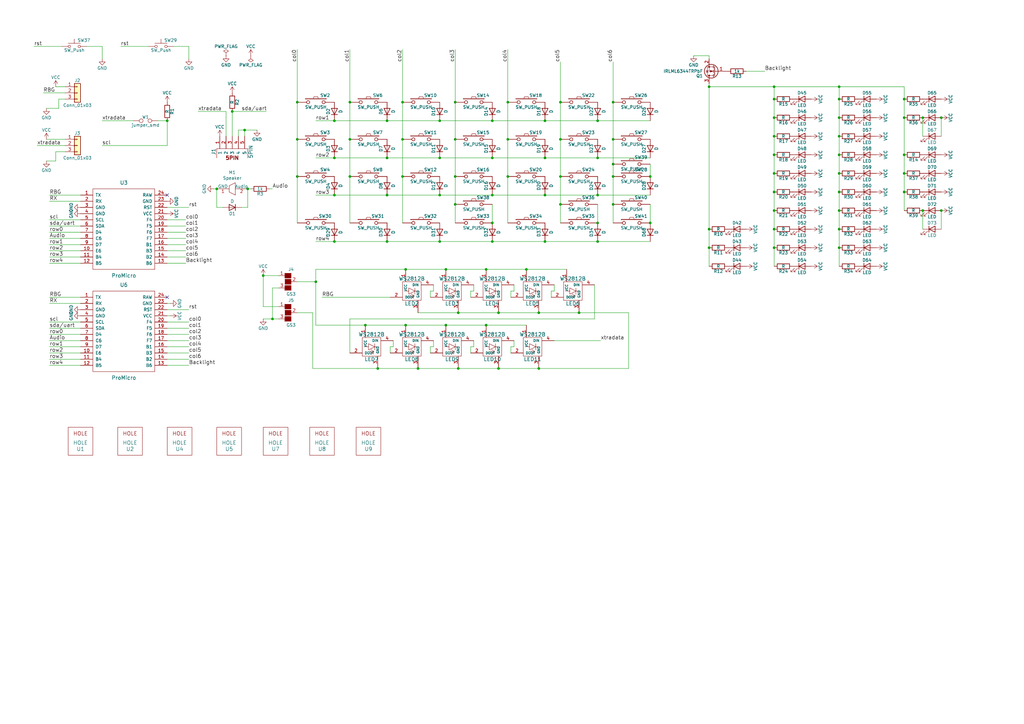
<source format=kicad_sch>
(kicad_sch (version 20211123) (generator eeschema)
  (paper "A3")
  (title_block (title "Dash") (rev "1.0.0-alpha") (company "omkbd"))
  (junction (at 317.5 63.5))
  (junction (at 370.84 78.74))
  (junction (at 182.88 133.35))
  (junction (at 121.92 57.15))
  (junction (at 223.52 49.53))
  (junction (at 378.46 86.36))
  (junction (at 220.98 151.13))
  (junction (at 266.7 91.44))
  (junction (at 137.16 49.53))
  (junction (at 186.69 83.82))
  (junction (at 111.76 130.81))
  (junction (at 187.96 151.13))
  (junction (at 344.17 48.26))
  (junction (at 204.47 151.13))
  (junction (at 201.93 80.01))
  (junction (at 129.54 115.57))
  (junction (at 223.52 64.77))
  (junction (at 158.75 64.77))
  (junction (at 344.17 101.6))
  (junction (at 229.87 83.82))
  (junction (at 201.93 64.77))
  (junction (at 290.83 35.56))
  (junction (at 204.47 128.27))
  (junction (at 317.5 71.12))
  (junction (at 180.34 80.01))
  (junction (at 137.16 99.06))
  (junction (at 199.39 133.35))
  (junction (at 290.83 93.98))
  (junction (at 251.46 57.15))
  (junction (at 251.46 41.91))
  (junction (at 251.46 67.31))
  (junction (at 251.46 72.39))
  (junction (at 166.37 110.49))
  (junction (at 107.95 113.03))
  (junction (at 245.11 49.53))
  (junction (at 95.25 45.72))
  (junction (at 208.28 41.91))
  (junction (at 317.5 35.56))
  (junction (at 171.45 151.13))
  (junction (at 201.93 49.53))
  (junction (at 186.69 72.39))
  (junction (at 223.52 99.06))
  (junction (at 180.34 49.53))
  (junction (at 370.84 71.12))
  (junction (at 317.5 93.98))
  (junction (at 121.92 41.91))
  (junction (at 370.84 48.26))
  (junction (at 143.51 41.91))
  (junction (at 199.39 110.49))
  (junction (at 237.49 128.27))
  (junction (at 186.69 41.91))
  (junction (at 229.87 57.15))
  (junction (at 344.17 86.36))
  (junction (at 317.5 86.36))
  (junction (at 165.1 57.15))
  (junction (at 187.96 128.27))
  (junction (at 68.58 49.53))
  (junction (at 386.08 48.26))
  (junction (at 208.28 57.15))
  (junction (at 251.46 83.82))
  (junction (at 182.88 110.49))
  (junction (at 245.11 99.06))
  (junction (at 344.17 35.56))
  (junction (at 229.87 72.39))
  (junction (at 386.08 86.36))
  (junction (at 158.75 99.06))
  (junction (at 137.16 64.77))
  (junction (at 166.37 133.35))
  (junction (at 317.5 48.26))
  (junction (at 186.69 57.15))
  (junction (at 317.5 40.64))
  (junction (at 121.92 72.39))
  (junction (at 245.11 80.01))
  (junction (at 344.17 71.12))
  (junction (at 137.16 80.01))
  (junction (at 149.86 133.35))
  (junction (at 344.17 93.98))
  (junction (at 201.93 99.06))
  (junction (at 344.17 55.88))
  (junction (at 317.5 55.88))
  (junction (at 143.51 57.15))
  (junction (at 378.46 48.26))
  (junction (at 223.52 80.01))
  (junction (at 158.75 80.01))
  (junction (at 100.33 53.34))
  (junction (at 180.34 99.06))
  (junction (at 290.83 101.6))
  (junction (at 344.17 78.74))
  (junction (at 180.34 64.77))
  (junction (at 201.93 91.44))
  (junction (at 370.84 40.64))
  (junction (at 158.75 49.53))
  (junction (at 101.6 77.47))
  (junction (at 165.1 72.39))
  (junction (at 165.1 41.91))
  (junction (at 317.5 78.74))
  (junction (at 229.87 41.91))
  (junction (at 215.9 110.49))
  (junction (at 344.17 63.5))
  (junction (at 245.11 91.44))
  (junction (at 208.28 72.39))
  (junction (at 317.5 101.6))
  (junction (at 266.7 72.39))
  (junction (at 245.11 64.77))
  (junction (at 88.9 77.47))
  (junction (at 220.98 128.27))
  (junction (at 370.84 63.5))
  (junction (at 344.17 40.64))
  (junction (at 154.94 151.13))
  (junction (at 143.51 72.39))
  (no_connect (at 68.58 121.92))
  (no_connect (at 68.58 80.01))
  (wire (pts (xy 290.83 22.86) (xy 284.48 22.86)))
  (wire (pts (xy 87.63 77.47) (xy 88.9 77.47)))
  (wire (pts (xy 199.39 110.49) (xy 215.9 110.49)))
  (wire (pts (xy 344.17 86.36) (xy 344.17 93.98)))
  (wire (pts (xy 143.51 20.32) (xy 143.51 41.91)))
  (wire (pts (xy 95.25 45.72) (xy 95.25 55.88)))
  (wire (pts (xy 143.51 130.81) (xy 243.84 130.81)))
  (wire (pts (xy 129.54 110.49) (xy 129.54 115.57)))
  (wire (pts (xy 317.5 86.36) (xy 317.5 93.98)))
  (wire (pts (xy 186.69 72.39) (xy 186.69 83.82)))
  (wire (pts (xy 317.5 78.74) (xy 317.5 86.36)))
  (wire (pts (xy 160.02 142.24) (xy 160.02 144.78)))
  (wire (pts (xy 92.71 55.88) (xy 92.71 45.72)))
  (wire (pts (xy 370.84 40.64) (xy 370.84 48.26)))
  (wire (pts (xy 20.32 144.78) (xy 33.02 144.78)))
  (wire (pts (xy 370.84 35.56) (xy 370.84 40.64)))
  (wire (pts (xy 251.46 41.91) (xy 251.46 57.15)))
  (wire (pts (xy 121.92 20.32) (xy 121.92 41.91)))
  (wire (pts (xy 215.9 110.49) (xy 232.41 110.49)))
  (wire (pts (xy 317.5 48.26) (xy 317.5 55.88)))
  (wire (pts (xy 161.29 139.7) (xy 161.29 142.24)))
  (wire (pts (xy 68.58 102.87) (xy 76.2 102.87)))
  (wire (pts (xy 370.84 71.12) (xy 370.84 78.74)))
  (wire (pts (xy 68.58 49.53) (xy 64.77 49.53)))
  (wire (pts (xy 129.54 99.06) (xy 137.16 99.06)))
  (wire (pts (xy 370.84 78.74) (xy 370.84 86.36)))
  (wire (pts (xy 290.83 101.6) (xy 290.83 109.22)))
  (wire (pts (xy 68.58 149.86) (xy 77.47 149.86)))
  (wire (pts (xy 121.92 41.91) (xy 121.92 57.15)))
  (wire (pts (xy 121.92 72.39) (xy 121.92 91.44)))
  (wire (pts (xy 20.32 139.7) (xy 33.02 139.7)))
  (wire (pts (xy 201.93 99.06) (xy 223.52 99.06)))
  (wire (pts (xy 71.12 19.05) (xy 77.47 19.05)))
  (wire (pts (xy 208.28 57.15) (xy 208.28 72.39)))
  (wire (pts (xy 129.54 133.35) (xy 149.86 133.35)))
  (wire (pts (xy 137.16 99.06) (xy 158.75 99.06)))
  (wire (pts (xy 68.58 100.33) (xy 76.2 100.33)))
  (wire (pts (xy 177.8 139.7) (xy 177.8 142.24)))
  (wire (pts (xy 154.94 151.13) (xy 171.45 151.13)))
  (wire (pts (xy 180.34 49.53) (xy 201.93 49.53)))
  (wire (pts (xy 68.58 124.46) (xy 69.85 124.46)))
  (wire (pts (xy 20.32 97.79) (xy 33.02 97.79)))
  (wire (pts (xy 245.11 91.44) (xy 245.11 83.82)))
  (wire (pts (xy 68.58 137.16) (xy 77.47 137.16)))
  (wire (pts (xy 317.5 71.12) (xy 317.5 78.74)))
  (wire (pts (xy 251.46 25.4) (xy 251.46 41.91)))
  (wire (pts (xy 177.8 119.38) (xy 176.53 119.38)))
  (wire (pts (xy 223.52 49.53) (xy 245.11 49.53)))
  (wire (pts (xy 129.54 49.53) (xy 137.16 49.53)))
  (wire (pts (xy 208.28 20.32) (xy 208.28 41.91)))
  (wire (pts (xy 378.46 55.88) (xy 378.46 48.26)))
  (wire (pts (xy 97.79 55.88) (xy 97.79 53.34)))
  (wire (pts (xy 220.98 151.13) (xy 257.81 151.13)))
  (wire (pts (xy 165.1 41.91) (xy 165.1 57.15)))
  (wire (pts (xy 201.93 49.53) (xy 223.52 49.53)))
  (wire (pts (xy 182.88 110.49) (xy 199.39 110.49)))
  (wire (pts (xy 257.81 151.13) (xy 257.81 128.27)))
  (wire (pts (xy 251.46 83.82) (xy 251.46 91.44)))
  (wire (pts (xy 22.86 62.23) (xy 26.67 62.23)))
  (wire (pts (xy 88.9 85.09) (xy 91.44 85.09)))
  (wire (pts (xy 229.87 83.82) (xy 229.87 91.44)))
  (wire (pts (xy 20.32 149.86) (xy 33.02 149.86)))
  (wire (pts (xy 24.13 44.45) (xy 19.05 44.45)))
  (wire (pts (xy 226.06 119.38) (xy 226.06 121.92)))
  (wire (pts (xy 68.58 142.24) (xy 77.47 142.24)))
  (wire (pts (xy 317.5 55.88) (xy 317.5 63.5)))
  (wire (pts (xy 100.33 53.34) (xy 100.33 55.88)))
  (wire (pts (xy 68.58 132.08) (xy 77.47 132.08)))
  (wire (pts (xy 143.51 57.15) (xy 143.51 72.39)))
  (wire (pts (xy 88.9 77.47) (xy 88.9 85.09)))
  (wire (pts (xy 344.17 78.74) (xy 344.17 86.36)))
  (wire (pts (xy 209.55 142.24) (xy 209.55 144.78)))
  (wire (pts (xy 33.02 92.71) (xy 20.32 92.71)))
  (wire (pts (xy 99.06 85.09) (xy 101.6 85.09)))
  (wire (pts (xy 176.53 142.24) (xy 176.53 144.78)))
  (wire (pts (xy 166.37 110.49) (xy 182.88 110.49)))
  (wire (pts (xy 26.67 40.64) (xy 24.13 40.64)))
  (wire (pts (xy 199.39 133.35) (xy 215.9 133.35)))
  (wire (pts (xy 204.47 151.13) (xy 220.98 151.13)))
  (wire (pts (xy 306.07 29.21) (xy 313.69 29.21)))
  (wire (pts (xy 20.32 121.92) (xy 33.02 121.92)))
  (wire (pts (xy 68.58 92.71) (xy 76.2 92.71)))
  (wire (pts (xy 245.11 49.53) (xy 266.7 49.53)))
  (wire (pts (xy 35.56 19.05) (xy 41.91 19.05)))
  (wire (pts (xy 251.46 67.31) (xy 251.46 72.39)))
  (wire (pts (xy 129.54 80.01) (xy 137.16 80.01)))
  (wire (pts (xy 137.16 49.53) (xy 158.75 49.53)))
  (wire (pts (xy 186.69 57.15) (xy 186.69 72.39)))
  (wire (pts (xy 344.17 101.6) (xy 344.17 109.22)))
  (wire (pts (xy 149.86 133.35) (xy 166.37 133.35)))
  (wire (pts (xy 68.58 95.25) (xy 76.2 95.25)))
  (wire (pts (xy 114.3 118.11) (xy 111.76 118.11)))
  (wire (pts (xy 370.84 63.5) (xy 370.84 71.12)))
  (wire (pts (xy 158.75 49.53) (xy 180.34 49.53)))
  (wire (pts (xy 193.04 142.24) (xy 193.04 144.78)))
  (wire (pts (xy 209.55 119.38) (xy 209.55 121.92)))
  (wire (pts (xy 101.6 77.47) (xy 102.87 77.47)))
  (wire (pts (xy 111.76 77.47) (xy 110.49 77.47)))
  (wire (pts (xy 158.75 64.77) (xy 180.34 64.77)))
  (wire (pts (xy 26.67 59.69) (xy 15.24 59.69)))
  (wire (pts (xy 194.31 116.84) (xy 194.31 119.38)))
  (wire (pts (xy 204.47 128.27) (xy 220.98 128.27)))
  (wire (pts (xy 220.98 128.27) (xy 237.49 128.27)))
  (wire (pts (xy 186.69 41.91) (xy 186.69 57.15)))
  (wire (pts (xy 143.51 41.91) (xy 143.51 57.15)))
  (wire (pts (xy 290.83 34.29) (xy 290.83 35.56)))
  (wire (pts (xy 186.69 20.32) (xy 186.69 41.91)))
  (wire (pts (xy 20.32 102.87) (xy 33.02 102.87)))
  (wire (pts (xy 20.32 107.95) (xy 33.02 107.95)))
  (wire (pts (xy 68.58 85.09) (xy 77.47 85.09)))
  (wire (pts (xy 129.54 110.49) (xy 166.37 110.49)))
  (wire (pts (xy 24.13 40.64) (xy 24.13 44.45)))
  (wire (pts (xy 20.32 80.01) (xy 33.02 80.01)))
  (wire (pts (xy 33.02 134.62) (xy 20.32 134.62)))
  (wire (pts (xy 290.83 24.13) (xy 290.83 22.86)))
  (wire (pts (xy 210.82 139.7) (xy 210.82 142.24)))
  (wire (pts (xy 20.32 142.24) (xy 33.02 142.24)))
  (wire (pts (xy 245.11 64.77) (xy 266.7 64.77)))
  (wire (pts (xy 54.61 49.53) (xy 41.91 49.53)))
  (wire (pts (xy 180.34 99.06) (xy 201.93 99.06)))
  (wire (pts (xy 33.02 90.17) (xy 20.32 90.17)))
  (wire (pts (xy 290.83 35.56) (xy 317.5 35.56)))
  (wire (pts (xy 317.5 35.56) (xy 344.17 35.56)))
  (wire (pts (xy 193.04 119.38) (xy 193.04 121.92)))
  (wire (pts (xy 386.08 93.98) (xy 386.08 86.36)))
  (wire (pts (xy 68.58 144.78) (xy 77.47 144.78)))
  (wire (pts (xy 101.6 85.09) (xy 101.6 77.47)))
  (wire (pts (xy 182.88 133.35) (xy 199.39 133.35)))
  (wire (pts (xy 97.79 53.34) (xy 100.33 53.34)))
  (wire (pts (xy 201.93 83.82) (xy 201.93 91.44)))
  (wire (pts (xy 210.82 119.38) (xy 209.55 119.38)))
  (wire (pts (xy 201.93 64.77) (xy 223.52 64.77)))
  (wire (pts (xy 20.32 100.33) (xy 33.02 100.33)))
  (wire (pts (xy 317.5 63.5) (xy 317.5 71.12)))
  (wire (pts (xy 137.16 64.77) (xy 158.75 64.77)))
  (wire (pts (xy 378.46 93.98) (xy 378.46 86.36)))
  (wire (pts (xy 171.45 128.27) (xy 187.96 128.27)))
  (wire (pts (xy 95.25 45.72) (xy 109.22 45.72)))
  (wire (pts (xy 317.5 35.56) (xy 317.5 40.64)))
  (wire (pts (xy 290.83 93.98) (xy 290.83 101.6)))
  (wire (pts (xy 100.33 53.34) (xy 105.41 53.34)))
  (wire (pts (xy 344.17 35.56) (xy 370.84 35.56)))
  (wire (pts (xy 165.1 72.39) (xy 165.1 91.44)))
  (wire (pts (xy 121.92 57.15) (xy 121.92 72.39)))
  (wire (pts (xy 68.58 139.7) (xy 77.47 139.7)))
  (wire (pts (xy 227.33 139.7) (xy 246.38 139.7)))
  (wire (pts (xy 20.32 82.55) (xy 33.02 82.55)))
  (wire (pts (xy 245.11 99.06) (xy 266.7 99.06)))
  (wire (pts (xy 158.75 99.06) (xy 180.34 99.06)))
  (wire (pts (xy 266.7 67.31) (xy 266.7 72.39)))
  (wire (pts (xy 20.32 147.32) (xy 33.02 147.32)))
  (wire (pts (xy 344.17 48.26) (xy 344.17 55.88)))
  (wire (pts (xy 229.87 72.39) (xy 229.87 83.82)))
  (wire (pts (xy 161.29 142.24) (xy 160.02 142.24)))
  (wire (pts (xy 25.4 19.05) (xy 13.97 19.05)))
  (wire (pts (xy 344.17 55.88) (xy 344.17 63.5)))
  (wire (pts (xy 223.52 99.06) (xy 245.11 99.06)))
  (wire (pts (xy 317.5 101.6) (xy 317.5 109.22)))
  (wire (pts (xy 229.87 25.4) (xy 229.87 41.91)))
  (wire (pts (xy 41.91 19.05) (xy 41.91 24.13)))
  (wire (pts (xy 177.8 142.24) (xy 176.53 142.24)))
  (wire (pts (xy 137.16 80.01) (xy 158.75 80.01)))
  (wire (pts (xy 370.84 48.26) (xy 370.84 63.5)))
  (wire (pts (xy 201.93 80.01) (xy 223.52 80.01)))
  (wire (pts (xy 251.46 57.15) (xy 251.46 67.31)))
  (wire (pts (xy 17.78 38.1) (xy 26.67 38.1)))
  (wire (pts (xy 107.95 130.81) (xy 111.76 130.81)))
  (wire (pts (xy 229.87 57.15) (xy 229.87 72.39)))
  (wire (pts (xy 41.91 59.69) (xy 68.58 59.69)))
  (wire (pts (xy 317.5 93.98) (xy 317.5 101.6)))
  (wire (pts (xy 180.34 64.77) (xy 201.93 64.77)))
  (wire (pts (xy 210.82 116.84) (xy 210.82 119.38)))
  (wire (pts (xy 22.86 35.56) (xy 26.67 35.56)))
  (wire (pts (xy 210.82 142.24) (xy 209.55 142.24)))
  (wire (pts (xy 158.75 80.01) (xy 180.34 80.01)))
  (wire (pts (xy 194.31 142.24) (xy 193.04 142.24)))
  (wire (pts (xy 121.92 128.27) (xy 128.27 128.27)))
  (wire (pts (xy 128.27 128.27) (xy 128.27 151.13)))
  (wire (pts (xy 68.58 90.17) (xy 76.2 90.17)))
  (wire (pts (xy 194.31 139.7) (xy 194.31 142.24)))
  (wire (pts (xy 128.27 151.13) (xy 154.94 151.13)))
  (wire (pts (xy 290.83 35.56) (xy 290.83 93.98)))
  (wire (pts (xy 186.69 83.82) (xy 186.69 91.44)))
  (wire (pts (xy 194.31 119.38) (xy 193.04 119.38)))
  (wire (pts (xy 229.87 41.91) (xy 229.87 57.15)))
  (wire (pts (xy 68.58 127) (xy 77.47 127)))
  (wire (pts (xy 121.92 115.57) (xy 129.54 115.57)))
  (wire (pts (xy 266.7 91.44) (xy 266.7 83.82)))
  (wire (pts (xy 243.84 130.81) (xy 243.84 116.84)))
  (wire (pts (xy 114.3 125.73) (xy 107.95 125.73)))
  (wire (pts (xy 33.02 132.08) (xy 20.32 132.08)))
  (wire (pts (xy 344.17 93.98) (xy 344.17 101.6)))
  (wire (pts (xy 20.32 105.41) (xy 33.02 105.41)))
  (wire (pts (xy 76.2 107.95) (xy 68.58 107.95)))
  (wire (pts (xy 223.52 80.01) (xy 245.11 80.01)))
  (wire (pts (xy 251.46 72.39) (xy 251.46 83.82)))
  (wire (pts (xy 386.08 55.88) (xy 386.08 48.26)))
  (wire (pts (xy 68.58 129.54) (xy 69.85 129.54)))
  (wire (pts (xy 344.17 71.12) (xy 344.17 78.74)))
  (wire (pts (xy 317.5 40.64) (xy 317.5 48.26)))
  (wire (pts (xy 129.54 64.77) (xy 137.16 64.77)))
  (wire (pts (xy 245.11 80.01) (xy 266.7 80.01)))
  (wire (pts (xy 132.08 121.92) (xy 160.02 121.92)))
  (wire (pts (xy 344.17 35.56) (xy 344.17 40.64)))
  (wire (pts (xy 129.54 115.57) (xy 129.54 133.35)))
  (wire (pts (xy 223.52 64.77) (xy 245.11 64.77)))
  (wire (pts (xy 176.53 119.38) (xy 176.53 121.92)))
  (wire (pts (xy 344.17 63.5) (xy 344.17 71.12)))
  (wire (pts (xy 60.96 19.05) (xy 49.53 19.05)))
  (wire (pts (xy 68.58 134.62) (xy 77.47 134.62)))
  (wire (pts (xy 20.32 124.46) (xy 33.02 124.46)))
  (wire (pts (xy 166.37 133.35) (xy 182.88 133.35)))
  (wire (pts (xy 143.51 72.39) (xy 143.51 91.44)))
  (wire (pts (xy 180.34 80.01) (xy 201.93 80.01)))
  (wire (pts (xy 187.96 151.13) (xy 204.47 151.13)))
  (wire (pts (xy 92.71 45.72) (xy 81.28 45.72)))
  (wire (pts (xy 165.1 57.15) (xy 165.1 72.39)))
  (wire (pts (xy 68.58 105.41) (xy 76.2 105.41)))
  (wire (pts (xy 177.8 116.84) (xy 177.8 119.38)))
  (wire (pts (xy 187.96 128.27) (xy 204.47 128.27)))
  (wire (pts (xy 165.1 20.32) (xy 165.1 41.91)))
  (wire (pts (xy 208.28 72.39) (xy 208.28 91.44)))
  (wire (pts (xy 19.05 57.15) (xy 26.67 57.15)))
  (wire (pts (xy 20.32 137.16) (xy 33.02 137.16)))
  (wire (pts (xy 22.86 66.04) (xy 19.05 66.04)))
  (wire (pts (xy 68.58 147.32) (xy 77.47 147.32)))
  (wire (pts (xy 171.45 151.13) (xy 187.96 151.13)))
  (wire (pts (xy 344.17 40.64) (xy 344.17 48.26)))
  (wire (pts (xy 111.76 118.11) (xy 111.76 130.81)))
  (wire (pts (xy 143.51 144.78) (xy 143.51 130.81)))
  (wire (pts (xy 227.33 119.38) (xy 226.06 119.38)))
  (wire (pts (xy 111.76 130.81) (xy 114.3 130.81)))
  (wire (pts (xy 107.95 113.03) (xy 114.3 113.03)))
  (wire (pts (xy 77.47 19.05) (xy 77.47 24.13)))
  (wire (pts (xy 107.95 125.73) (xy 107.95 113.03)))
  (wire (pts (xy 237.49 128.27) (xy 257.81 128.27)))
  (wire (pts (xy 208.28 41.91) (xy 208.28 57.15)))
  (wire (pts (xy 68.58 97.79) (xy 76.2 97.79)))
  (wire (pts (xy 22.86 62.23) (xy 22.86 66.04)))
  (wire (pts (xy 227.33 116.84) (xy 227.33 119.38)))
  (wire (pts (xy 20.32 95.25) (xy 33.02 95.25)))
  (wire (pts (xy 68.58 59.69) (xy 68.58 49.53)))
  (label "row4" (at 129.54 99.06 0) (effects (font (size 1.524 1.524))))
  (label "col3" (at 77.47 139.7 0) (effects (font (size 1.524 1.524))))
  (label "Backlight" (at 313.69 29.21 0) (effects (font (size 1.524 1.524))))
  (label "row1" (at 20.32 142.24 0) (effects (font (size 1.524 1.524))))
  (label "RX" (at 20.32 82.55 0) (effects (font (size 1.524 1.524))))
  (label "col1" (at 76.2 92.71 0) (effects (font (size 1.524 1.524))))
  (label "RBG" (at 17.78 38.1 0) (effects (font (size 1.524 1.524))))
  (label "scl" (at 20.32 90.17 0) (effects (font (size 1.524 1.524))))
  (label "RX" (at 20.32 124.46 0) (effects (font (size 1.524 1.524))))
  (label "row2" (at 20.32 102.87 0) (effects (font (size 1.524 1.524))))
  (label "row3" (at 129.54 80.01 0) (effects (font (size 1.524 1.524))))
  (label "Backlight" (at 77.47 149.86 0) (effects (font (size 1.524 1.524))))
  (label "RBG" (at 20.32 121.92 0) (effects (font (size 1.524 1.524))))
  (label "RBG" (at 132.08 121.92 0) (effects (font (size 1.524 1.524))))
  (label "Audio" (at 111.76 77.47 0) (effects (font (size 1.524 1.524))))
  (label "col5" (at 229.87 25.4 90) (effects (font (size 1.524 1.524))))
  (label "rst" (at 49.53 19.05 0) (effects (font (size 1.524 1.524))))
  (label "col4" (at 208.28 25.4 90) (effects (font (size 1.524 1.524))))
  (label "Audio" (at 20.32 97.79 0) (effects (font (size 1.524 1.524))))
  (label "row1" (at 129.54 49.53 0) (effects (font (size 1.524 1.524))))
  (label "col0" (at 77.47 132.08 0) (effects (font (size 1.524 1.524))))
  (label "row3" (at 20.32 105.41 0) (effects (font (size 1.524 1.524))))
  (label "rst" (at 13.97 19.05 0) (effects (font (size 1.524 1.524))))
  (label "sda/uart" (at 20.32 92.71 0) (effects (font (size 1.524 1.524))))
  (label "xtradata" (at 81.28 45.72 0) (effects (font (size 1.524 1.524))))
  (label "col6" (at 76.2 105.41 0) (effects (font (size 1.524 1.524))))
  (label "xtradata" (at 246.38 139.7 0) (effects (font (size 1.524 1.524))))
  (label "Backlight" (at 76.2 107.95 0) (effects (font (size 1.524 1.524))))
  (label "col5" (at 76.2 102.87 0) (effects (font (size 1.524 1.524))))
  (label "col3" (at 186.69 25.4 90) (effects (font (size 1.524 1.524))))
  (label "scl" (at 20.32 132.08 0) (effects (font (size 1.524 1.524))))
  (label "col2" (at 76.2 95.25 0) (effects (font (size 1.524 1.524))))
  (label "row4" (at 20.32 107.95 0) (effects (font (size 1.524 1.524))))
  (label "col6" (at 77.47 147.32 0) (effects (font (size 1.524 1.524))))
  (label "row4" (at 20.32 149.86 0) (effects (font (size 1.524 1.524))))
  (label "row0" (at 20.32 95.25 0) (effects (font (size 1.524 1.524))))
  (label "scl" (at 41.91 59.69 0) (effects (font (size 1.524 1.524))))
  (label "Audio" (at 20.32 139.7 0) (effects (font (size 1.524 1.524))))
  (label "rst" (at 77.47 85.09 0) (effects (font (size 1.524 1.524))))
  (label "col0" (at 121.92 25.4 90) (effects (font (size 1.524 1.524))))
  (label "col4" (at 76.2 100.33 0) (effects (font (size 1.524 1.524))))
  (label "col0" (at 76.2 90.17 0) (effects (font (size 1.524 1.524))))
  (label "sda/uart" (at 99.06 45.72 0) (effects (font (size 1.524 1.524))))
  (label "row1" (at 20.32 100.33 0) (effects (font (size 1.524 1.524))))
  (label "row3" (at 20.32 147.32 0) (effects (font (size 1.524 1.524))))
  (label "row2" (at 20.32 144.78 0) (effects (font (size 1.524 1.524))))
  (label "col4" (at 77.47 142.24 0) (effects (font (size 1.524 1.524))))
  (label "rst" (at 77.47 127 0) (effects (font (size 1.524 1.524))))
  (label "col5" (at 77.47 144.78 0) (effects (font (size 1.524 1.524))))
  (label "col2" (at 165.1 25.4 90) (effects (font (size 1.524 1.524))))
  (label "sda/uart" (at 20.32 134.62 0) (effects (font (size 1.524 1.524))))
  (label "xtradata" (at 15.24 59.69 0) (effects (font (size 1.524 1.524))))
  (label "col3" (at 76.2 97.79 0) (effects (font (size 1.524 1.524))))
  (label "row2" (at 129.54 64.77 0) (effects (font (size 1.524 1.524))))
  (label "col1" (at 143.51 25.4 90) (effects (font (size 1.524 1.524))))
  (label "col2" (at 77.47 137.16 0) (effects (font (size 1.524 1.524))))
  (label "col1" (at 77.47 134.62 0) (effects (font (size 1.524 1.524))))
  (label "RBG" (at 20.32 80.01 0) (effects (font (size 1.524 1.524))))
  (label "row0" (at 20.32 137.16 0) (effects (font (size 1.524 1.524))))
  (label "xtradata" (at 41.91 49.53 0) (effects (font (size 1.524 1.524))))
  (label "col6" (at 251.46 25.4 90) (effects (font (size 1.524 1.524))))
  (symbol (lib_id "edwardash-rescue:HOLE-ergodash") (at 33.02 184.15 0) (unit 1)
    (property "Reference" "U1" (at 33.02 184.15 0) (effects (font (size 1.524 1.524))))
    (property "Value" "HOLE" (at 33.02 181.61 0) (effects (font (size 1.524 1.524))))
    (property "Footprint" "library:hole" (effects hide))
  )
  (symbol (lib_id "edwardash-rescue:HOLE-ergodash") (at 53.34 184.15 0) (unit 1)
    (property "Reference" "U2" (at 53.34 184.15 0) (effects (font (size 1.524 1.524))))
    (property "Value" "HOLE" (at 53.34 181.61 0) (effects (font (size 1.524 1.524))))
    (property "Footprint" "library:hole" (effects hide))
  )
  (symbol (lib_id "edwardash-rescue:HOLE-ergodash") (at 73.66 184.15 0) (unit 1)
    (property "Reference" "U4" (at 73.66 184.15 0) (effects (font (size 1.524 1.524))))
    (property "Value" "HOLE" (at 73.66 181.61 0) (effects (font (size 1.524 1.524))))
    (property "Footprint" "library:hole" (effects hide))
  )
  (symbol (lib_id "edwardash-rescue:HOLE-ergodash") (at 93.98 184.15 0) (unit 1)
    (property "Reference" "U5" (at 93.98 184.15 0) (effects (font (size 1.524 1.524))))
    (property "Value" "HOLE" (at 93.98 181.61 0) (effects (font (size 1.524 1.524))))
    (property "Footprint" "library:hole" (effects hide))
  )
  (symbol (lib_id "edwardash-rescue:ProMicro-promicro") (at 50.8 99.06 0) (unit 1)
    (property "Reference" "U3" (at 50.8 74.93 0) (effects (font (size 1.524 1.524))))
    (property "Value" "ProMicro" (at 50.8 113.03 0) (effects (font (size 1.524 1.524))))
    (property "Footprint" "library:ProMicro_rev" (effects hide))
  )
  (symbol (lib_id "power:GND") (at 68.58 82.55 90) (unit 1)
    (property "Reference" "#PWR01" (effects hide))
    (property "Value" "GND" (at 72.39 82.55 0))
  )
  (symbol (lib_id "power:VCC") (at 68.58 87.63 270) (unit 1)
    (property "Reference" "#PWR02" (effects hide))
    (property "Value" "VCC" (at 72.39 87.63 0))
  )
  (symbol (lib_id "power:GND") (at 33.02 85.09 270) (unit 1)
    (property "Reference" "#PWR03" (effects hide))
    (property "Value" "GND" (at 29.21 85.09 0))
  )
  (symbol (lib_id "power:GND") (at 33.02 87.63 270) (unit 1)
    (property "Reference" "#PWR04" (effects hide))
    (property "Value" "GND" (at 29.21 87.63 0))
  )
  (symbol (lib_id "Device:R") (at 68.58 45.72 0) (unit 1)
    (property "Reference" "R1" (at 70.612 45.72 90))
    (property "Value" "R" (at 68.58 45.72 90))
    (property "Footprint" "Resistors_THT:R_Axial_DIN0207_L6.3mm_D2.5mm_P10.16mm_Horizontal" (effects hide))
  )
  (symbol (lib_id "power:VCC") (at 68.58 41.91 0) (unit 1)
    (property "Reference" "#PWR05" (effects hide))
    (property "Value" "VCC" (at 68.58 38.1 0))
  )
  (symbol (lib_id "edwardash-rescue:jumper_smd-ergodash") (at 59.69 49.53 0) (unit 1)
    (property "Reference" "W1" (at 59.69 48.006 0))
    (property "Value" "jumper_smd" (at 59.69 51.308 0))
    (property "Footprint" "library:jumper_smd_2dub" (effects hide))
  )
  (symbol (lib_id "edwardash-rescue:5PIN-ergodash") (at 95.25 60.96 90) (unit 1)
    (property "Reference" "J1" (at 87.63 62.23 0) (effects (font (size 1.524 1.524))))
    (property "Value" "5PIN" (at 102.87 62.23 0) (effects (font (size 1.524 1.524))))
    (property "Footprint" "library:trrs_jack" (effects hide))
  )
  (symbol (lib_id "Device:R") (at 95.25 41.91 0) (unit 1)
    (property "Reference" "R2" (at 97.282 41.91 90))
    (property "Value" "R" (at 95.25 41.91 90))
    (property "Footprint" "Resistors_THT:R_Axial_DIN0207_L6.3mm_D2.5mm_P10.16mm_Horizontal" (effects hide))
  )
  (symbol (lib_id "power:VCC") (at 95.25 38.1 0) (unit 1)
    (property "Reference" "#PWR06" (effects hide))
    (property "Value" "VCC" (at 95.25 34.29 0))
  )
  (symbol (lib_id "power:GND") (at 105.41 53.34 0) (unit 1)
    (property "Reference" "#PWR07" (effects hide))
    (property "Value" "GND" (at 105.41 57.15 0))
  )
  (symbol (lib_id "power:VCC") (at 90.17 55.88 0) (unit 1)
    (property "Reference" "#PWR08" (effects hide))
    (property "Value" "VCC" (at 90.17 52.07 0))
  )
  (symbol (lib_id "edwardash-rescue:SW_PUSH-ergodash") (at 129.54 41.91 0) (unit 1)
    (property "Reference" "SW2" (at 133.35 39.116 0))
    (property "Value" "SW_PUSH" (at 129.54 43.942 0))
    (property "Footprint" "library:MX_ALPS" (effects hide))
  )
  (symbol (lib_id "edwardash-rescue:SW_PUSH-ergodash") (at 151.13 41.91 0) (unit 1)
    (property "Reference" "SW6" (at 154.94 39.116 0))
    (property "Value" "SW_PUSH" (at 151.13 43.942 0))
    (property "Footprint" "library:MX_ALPS" (effects hide))
  )
  (symbol (lib_id "edwardash-rescue:SW_PUSH-ergodash") (at 172.72 41.91 0) (unit 1)
    (property "Reference" "SW10" (at 176.53 39.116 0))
    (property "Value" "SW_PUSH" (at 172.72 43.942 0))
    (property "Footprint" "library:MX_ALPS" (effects hide))
  )
  (symbol (lib_id "edwardash-rescue:SW_PUSH-ergodash") (at 194.31 41.91 0) (unit 1)
    (property "Reference" "SW14" (at 198.12 39.116 0))
    (property "Value" "SW_PUSH" (at 194.31 43.942 0))
    (property "Footprint" "library:MX_ALPS" (effects hide))
  )
  (symbol (lib_id "edwardash-rescue:SW_PUSH-ergodash") (at 215.9 41.91 0) (unit 1)
    (property "Reference" "SW18" (at 219.71 39.116 0))
    (property "Value" "SW_PUSH" (at 215.9 43.942 0))
    (property "Footprint" "library:MX_ALPS" (effects hide))
  )
  (symbol (lib_id "edwardash-rescue:SW_PUSH-ergodash") (at 237.49 41.91 0) (unit 1)
    (property "Reference" "SW22" (at 241.3 39.116 0))
    (property "Value" "SW_PUSH" (at 237.49 43.942 0))
    (property "Footprint" "library:MX_ALPS" (effects hide))
  )
  (symbol (lib_id "edwardash-rescue:SW_PUSH-ergodash") (at 259.08 41.91 0) (unit 1)
    (property "Reference" "SW26" (at 262.89 39.116 0))
    (property "Value" "SW_PUSH" (at 259.08 43.942 0))
    (property "Footprint" "library:MX_ALPS" (effects hide))
  )
  (symbol (lib_id "edwardash-rescue:SW_PUSH-ergodash") (at 259.08 57.15 0) (unit 1)
    (property "Reference" "SW27" (at 262.89 54.356 0))
    (property "Value" "SW_PUSH" (at 259.08 59.182 0))
    (property "Footprint" "library:MX_ALPS" (effects hide))
  )
  (symbol (lib_id "edwardash-rescue:SW_PUSH-ergodash") (at 237.49 57.15 0) (unit 1)
    (property "Reference" "SW23" (at 241.3 54.356 0))
    (property "Value" "SW_PUSH" (at 237.49 59.182 0))
    (property "Footprint" "library:MX_ALPS" (effects hide))
  )
  (symbol (lib_id "edwardash-rescue:SW_PUSH-ergodash") (at 215.9 57.15 0) (unit 1)
    (property "Reference" "SW19" (at 219.71 54.356 0))
    (property "Value" "SW_PUSH" (at 215.9 59.182 0))
    (property "Footprint" "library:MX_ALPS" (effects hide))
  )
  (symbol (lib_id "edwardash-rescue:SW_PUSH-ergodash") (at 194.31 57.15 0) (unit 1)
    (property "Reference" "SW15" (at 198.12 54.356 0))
    (property "Value" "SW_PUSH" (at 194.31 59.182 0))
    (property "Footprint" "library:MX_ALPS" (effects hide))
  )
  (symbol (lib_id "edwardash-rescue:SW_PUSH-ergodash") (at 172.72 57.15 0) (unit 1)
    (property "Reference" "SW11" (at 176.53 54.356 0))
    (property "Value" "SW_PUSH" (at 172.72 59.182 0))
    (property "Footprint" "library:MX_ALPS" (effects hide))
  )
  (symbol (lib_id "edwardash-rescue:SW_PUSH-ergodash") (at 151.13 57.15 0) (unit 1)
    (property "Reference" "SW7" (at 154.94 54.356 0))
    (property "Value" "SW_PUSH" (at 151.13 59.182 0))
    (property "Footprint" "library:MX_ALPS" (effects hide))
  )
  (symbol (lib_id "edwardash-rescue:SW_PUSH-ergodash") (at 129.54 57.15 0) (unit 1)
    (property "Reference" "SW3" (at 133.35 54.356 0))
    (property "Value" "SW_PUSH" (at 129.54 59.182 0))
    (property "Footprint" "library:MX_ALPS" (effects hide))
  )
  (symbol (lib_id "edwardash-rescue:SW_PUSH-ergodash") (at 129.54 72.39 0) (unit 1)
    (property "Reference" "SW4" (at 133.35 69.596 0))
    (property "Value" "SW_PUSH" (at 129.54 74.422 0))
    (property "Footprint" "library:MX_ALPS" (effects hide))
  )
  (symbol (lib_id "edwardash-rescue:SW_PUSH-ergodash") (at 151.13 72.39 0) (unit 1)
    (property "Reference" "SW8" (at 154.94 69.596 0))
    (property "Value" "SW_PUSH" (at 151.13 74.422 0))
    (property "Footprint" "library:MX_ALPS" (effects hide))
  )
  (symbol (lib_id "edwardash-rescue:SW_PUSH-ergodash") (at 172.72 72.39 0) (unit 1)
    (property "Reference" "SW12" (at 176.53 69.596 0))
    (property "Value" "SW_PUSH" (at 172.72 74.422 0))
    (property "Footprint" "library:MX_ALPS" (effects hide))
  )
  (symbol (lib_id "edwardash-rescue:SW_PUSH-ergodash") (at 194.31 72.39 0) (unit 1)
    (property "Reference" "SW16" (at 198.12 69.596 0))
    (property "Value" "SW_PUSH" (at 194.31 74.422 0))
    (property "Footprint" "library:MX_ALPS" (effects hide))
  )
  (symbol (lib_id "edwardash-rescue:SW_PUSH-ergodash") (at 215.9 72.39 0) (unit 1)
    (property "Reference" "SW20" (at 219.71 69.596 0))
    (property "Value" "SW_PUSH" (at 215.9 74.422 0))
    (property "Footprint" "library:MX_ALPS" (effects hide))
  )
  (symbol (lib_id "edwardash-rescue:SW_PUSH-ergodash") (at 237.49 72.39 0) (unit 1)
    (property "Reference" "SW24" (at 241.3 69.596 0))
    (property "Value" "SW_PUSH" (at 237.49 74.422 0))
    (property "Footprint" "library:MX_ALPS" (effects hide))
  )
  (symbol (lib_id "edwardash-rescue:SW_PUSH-ergodash") (at 259.08 72.39 0) (unit 1)
    (property "Reference" "SW28" (at 262.89 69.596 0))
    (property "Value" "SW_PUSH" (at 259.08 74.422 0))
    (property "Footprint" "library:MX_ALPS" (effects hide))
  )
  (symbol (lib_id "Device:D") (at 137.16 45.72 90) (unit 1)
    (property "Reference" "D2" (at 134.62 45.72 0))
    (property "Value" "D" (at 139.7 45.72 0))
    (property "Footprint" "library:Diode_SMD_THT3" (effects hide))
  )
  (symbol (lib_id "Device:D") (at 158.75 45.72 90) (unit 1)
    (property "Reference" "D6" (at 156.21 45.72 0))
    (property "Value" "D" (at 161.29 45.72 0))
    (property "Footprint" "library:Diode_SMD_THT3" (effects hide))
  )
  (symbol (lib_id "Device:D") (at 180.34 45.72 90) (unit 1)
    (property "Reference" "D10" (at 177.8 45.72 0))
    (property "Value" "D" (at 182.88 45.72 0))
    (property "Footprint" "library:Diode_SMD_THT3" (effects hide))
  )
  (symbol (lib_id "Device:D") (at 201.93 45.72 90) (unit 1)
    (property "Reference" "D14" (at 199.39 45.72 0))
    (property "Value" "D" (at 204.47 45.72 0))
    (property "Footprint" "library:Diode_SMD_THT3" (effects hide))
  )
  (symbol (lib_id "Device:D") (at 223.52 45.72 90) (unit 1)
    (property "Reference" "D18" (at 220.98 45.72 0))
    (property "Value" "D" (at 226.06 45.72 0))
    (property "Footprint" "library:Diode_SMD_THT3" (effects hide))
  )
  (symbol (lib_id "Device:D") (at 245.11 45.72 90) (unit 1)
    (property "Reference" "D22" (at 242.57 45.72 0))
    (property "Value" "D" (at 247.65 45.72 0))
    (property "Footprint" "library:Diode_SMD_THT3" (effects hide))
  )
  (symbol (lib_id "Device:D") (at 266.7 45.72 90) (unit 1)
    (property "Reference" "D26" (at 264.16 45.72 0))
    (property "Value" "D" (at 269.24 45.72 0))
    (property "Footprint" "library:Diode_SMD_THT3" (effects hide))
  )
  (symbol (lib_id "Device:D") (at 266.7 60.96 90) (unit 1)
    (property "Reference" "D27" (at 264.16 60.96 0))
    (property "Value" "D" (at 269.24 60.96 0))
    (property "Footprint" "library:Diode_SMD_THT3" (effects hide))
  )
  (symbol (lib_id "Device:D") (at 245.11 60.96 90) (unit 1)
    (property "Reference" "D23" (at 242.57 60.96 0))
    (property "Value" "D" (at 247.65 60.96 0))
    (property "Footprint" "library:Diode_SMD_THT3" (effects hide))
  )
  (symbol (lib_id "Device:D") (at 223.52 60.96 90) (unit 1)
    (property "Reference" "D19" (at 220.98 60.96 0))
    (property "Value" "D" (at 226.06 60.96 0))
    (property "Footprint" "library:Diode_SMD_THT3" (effects hide))
  )
  (symbol (lib_id "Device:D") (at 201.93 60.96 90) (unit 1)
    (property "Reference" "D15" (at 199.39 60.96 0))
    (property "Value" "D" (at 204.47 60.96 0))
    (property "Footprint" "library:Diode_SMD_THT3" (effects hide))
  )
  (symbol (lib_id "Device:D") (at 180.34 60.96 90) (unit 1)
    (property "Reference" "D11" (at 177.8 60.96 0))
    (property "Value" "D" (at 182.88 60.96 0))
    (property "Footprint" "library:Diode_SMD_THT3" (effects hide))
  )
  (symbol (lib_id "Device:D") (at 158.75 60.96 90) (unit 1)
    (property "Reference" "D7" (at 156.21 60.96 0))
    (property "Value" "D" (at 161.29 60.96 0))
    (property "Footprint" "library:Diode_SMD_THT3" (effects hide))
  )
  (symbol (lib_id "Device:D") (at 137.16 60.96 90) (unit 1)
    (property "Reference" "D3" (at 134.62 60.96 0))
    (property "Value" "D" (at 139.7 60.96 0))
    (property "Footprint" "library:Diode_SMD_THT3" (effects hide))
  )
  (symbol (lib_id "Device:D") (at 137.16 76.2 90) (unit 1)
    (property "Reference" "D4" (at 134.62 76.2 0))
    (property "Value" "D" (at 139.7 76.2 0))
    (property "Footprint" "library:Diode_SMD_THT3" (effects hide))
  )
  (symbol (lib_id "Device:D") (at 158.75 76.2 90) (unit 1)
    (property "Reference" "D8" (at 156.21 76.2 0))
    (property "Value" "D" (at 161.29 76.2 0))
    (property "Footprint" "library:Diode_SMD_THT3" (effects hide))
  )
  (symbol (lib_id "Device:D") (at 180.34 76.2 90) (unit 1)
    (property "Reference" "D12" (at 177.8 76.2 0))
    (property "Value" "D" (at 182.88 76.2 0))
    (property "Footprint" "library:Diode_SMD_THT3" (effects hide))
  )
  (symbol (lib_id "Device:D") (at 201.93 76.2 90) (unit 1)
    (property "Reference" "D16" (at 199.39 76.2 0))
    (property "Value" "D" (at 204.47 76.2 0))
    (property "Footprint" "library:Diode_SMD_THT3" (effects hide))
  )
  (symbol (lib_id "Device:D") (at 223.52 76.2 90) (unit 1)
    (property "Reference" "D20" (at 220.98 76.2 0))
    (property "Value" "D" (at 226.06 76.2 0))
    (property "Footprint" "library:Diode_SMD_THT3" (effects hide))
  )
  (symbol (lib_id "Device:D") (at 245.11 76.2 90) (unit 1)
    (property "Reference" "D24" (at 242.57 76.2 0))
    (property "Value" "D" (at 247.65 76.2 0))
    (property "Footprint" "library:Diode_SMD_THT3" (effects hide))
  )
  (symbol (lib_id "Device:D") (at 266.7 76.2 90) (unit 1)
    (property "Reference" "D28" (at 264.16 76.2 0))
    (property "Value" "D" (at 269.24 76.2 0))
    (property "Footprint" "library:Diode_SMD_THT3" (effects hide))
  )
  (symbol (lib_id "power:PWR_FLAG") (at 92.71 22.86 0) (unit 1)
    (property "Reference" "#FLG09" (effects hide))
    (property "Value" "PWR_FLAG" (at 92.71 19.05 0))
  )
  (symbol (lib_id "power:PWR_FLAG") (at 102.87 22.86 180) (unit 1)
    (property "Reference" "#FLG010" (effects hide))
    (property "Value" "PWR_FLAG" (at 102.87 26.67 0))
  )
  (symbol (lib_id "power:GND") (at 92.71 22.86 0) (unit 1)
    (property "Reference" "#PWR011" (effects hide))
    (property "Value" "GND" (at 92.71 26.67 0))
  )
  (symbol (lib_id "power:VCC") (at 102.87 22.86 0) (unit 1)
    (property "Reference" "#PWR012" (effects hide))
    (property "Value" "VCC" (at 102.87 19.05 0))
  )
  (symbol (lib_id "edwardash-rescue:HOLE-ergodash") (at 113.03 184.15 0) (unit 1)
    (property "Reference" "U7" (at 113.03 184.15 0) (effects (font (size 1.524 1.524))))
    (property "Value" "HOLE" (at 113.03 181.61 0) (effects (font (size 1.524 1.524))))
    (property "Footprint" "library:hole" (effects hide))
  )
  (symbol (lib_id "edwardash-rescue:SW_Push-switches") (at 66.04 19.05 0) (unit 1)
    (property "Reference" "SW29" (at 67.31 16.51 0) (effects (justify left)))
    (property "Value" "SW_Push" (at 66.04 20.574 0))
    (property "Footprint" "library:tact_switch2" (effects hide))
  )
  (symbol (lib_id "power:GND") (at 77.47 24.13 0) (unit 1)
    (property "Reference" "#PWR013" (effects hide))
    (property "Value" "GND" (at 77.47 27.94 0))
  )
  (symbol (lib_id "edwardash-rescue:SW_PUSH-ergodash") (at 129.54 91.44 0) (unit 1)
    (property "Reference" "SW30" (at 133.35 88.646 0))
    (property "Value" "SW_PUSH" (at 129.54 93.472 0))
    (property "Footprint" "library:MX_ALPS" (effects hide))
  )
  (symbol (lib_id "edwardash-rescue:SW_PUSH-ergodash") (at 151.13 91.44 0) (unit 1)
    (property "Reference" "SW31" (at 154.94 88.646 0))
    (property "Value" "SW_PUSH" (at 151.13 93.472 0))
    (property "Footprint" "library:MX_ALPS" (effects hide))
  )
  (symbol (lib_id "edwardash-rescue:SW_PUSH-ergodash") (at 172.72 91.44 0) (unit 1)
    (property "Reference" "SW32" (at 176.53 88.646 0))
    (property "Value" "SW_PUSH" (at 172.72 93.472 0))
    (property "Footprint" "library:MX_ALPS" (effects hide))
  )
  (symbol (lib_id "edwardash-rescue:SW_PUSH-ergodash") (at 194.31 91.44 0) (unit 1)
    (property "Reference" "SW33" (at 198.12 88.646 0))
    (property "Value" "SW_PUSH" (at 194.31 93.472 0))
    (property "Footprint" "library:MX_ALPS" (effects hide))
  )
  (symbol (lib_id "edwardash-rescue:SW_PUSH-ergodash") (at 215.9 91.44 0) (unit 1)
    (property "Reference" "SW34" (at 219.71 88.646 0))
    (property "Value" "SW_PUSH" (at 215.9 93.472 0))
    (property "Footprint" "library:MX_ALPS" (effects hide))
  )
  (symbol (lib_id "edwardash-rescue:SW_PUSH-ergodash") (at 237.49 91.44 0) (unit 1)
    (property "Reference" "SW35" (at 241.3 88.646 0))
    (property "Value" "SW_PUSH" (at 237.49 93.472 0))
    (property "Footprint" "library:MX_ALPS" (effects hide))
  )
  (symbol (lib_id "Device:D") (at 137.16 95.25 90) (unit 1)
    (property "Reference" "D29" (at 134.62 95.25 0))
    (property "Value" "D" (at 139.7 95.25 0))
    (property "Footprint" "library:Diode_SMD_THT3" (effects hide))
  )
  (symbol (lib_id "Device:D") (at 158.75 95.25 90) (unit 1)
    (property "Reference" "D30" (at 156.21 95.25 0))
    (property "Value" "D" (at 161.29 95.25 0))
    (property "Footprint" "library:Diode_SMD_THT3" (effects hide))
  )
  (symbol (lib_id "Device:D") (at 180.34 95.25 90) (unit 1)
    (property "Reference" "D31" (at 177.8 95.25 0))
    (property "Value" "D" (at 182.88 95.25 0))
    (property "Footprint" "library:Diode_SMD_THT3" (effects hide))
  )
  (symbol (lib_id "Device:D") (at 201.93 95.25 90) (unit 1)
    (property "Reference" "D32" (at 199.39 95.25 0))
    (property "Value" "D" (at 204.47 95.25 0))
    (property "Footprint" "library:Diode_SMD_THT3" (effects hide))
  )
  (symbol (lib_id "Device:D") (at 223.52 95.25 90) (unit 1)
    (property "Reference" "D33" (at 220.98 95.25 0))
    (property "Value" "D" (at 226.06 95.25 0))
    (property "Footprint" "library:Diode_SMD_THT3" (effects hide))
  )
  (symbol (lib_id "Device:D") (at 245.11 95.25 90) (unit 1)
    (property "Reference" "D34" (at 242.57 95.25 0))
    (property "Value" "D" (at 247.65 95.25 0))
    (property "Footprint" "library:Diode_SMD_THT3" (effects hide))
  )
  (symbol (lib_id "edwardash-rescue:Conn_01x03-conn") (at 31.75 38.1 0) (unit 1)
    (property "Reference" "J2" (at 31.75 33.02 0))
    (property "Value" "Conn_01x03" (at 31.75 43.18 0))
    (property "Footprint" "library:conn3" (effects hide))
  )
  (symbol (lib_id "edwardash-rescue:Conn_01x03-conn") (at 31.75 59.69 0) (unit 1)
    (property "Reference" "J3" (at 31.75 54.61 0))
    (property "Value" "Conn_01x03" (at 31.75 64.77 0))
    (property "Footprint" "library:conn3" (effects hide))
  )
  (symbol (lib_id "power:VCC") (at 19.05 57.15 0) (unit 1)
    (property "Reference" "#PWR014" (effects hide))
    (property "Value" "VCC" (at 19.05 53.34 0))
  )
  (symbol (lib_id "power:GND") (at 19.05 66.04 0) (unit 1)
    (property "Reference" "#PWR015" (effects hide))
    (property "Value" "GND" (at 19.05 69.85 0))
  )
  (symbol (lib_id "power:VCC") (at 22.86 35.56 0) (unit 1)
    (property "Reference" "#PWR016" (effects hide))
    (property "Value" "VCC" (at 22.86 31.75 0))
  )
  (symbol (lib_id "power:GND") (at 19.05 44.45 0) (unit 1)
    (property "Reference" "#PWR017" (effects hide))
    (property "Value" "GND" (at 19.05 48.26 0))
  )
  (symbol (lib_id "edwardash-rescue:ProMicro-promicro") (at 50.8 140.97 0) (unit 1)
    (property "Reference" "U6" (at 50.8 116.84 0) (effects (font (size 1.524 1.524))))
    (property "Value" "ProMicro" (at 50.8 154.94 0) (effects (font (size 1.524 1.524))))
    (property "Footprint" "library:ProMicro_rev" (effects hide))
  )
  (symbol (lib_id "power:GND") (at 69.85 124.46 90) (unit 1)
    (property "Reference" "#PWR018" (effects hide))
    (property "Value" "GND" (at 73.66 124.46 0))
  )
  (symbol (lib_id "power:VCC") (at 69.85 129.54 270) (unit 1)
    (property "Reference" "#PWR019" (effects hide))
    (property "Value" "VCC" (at 73.66 129.54 0))
  )
  (symbol (lib_id "power:GND") (at 33.02 127 270) (unit 1)
    (property "Reference" "#PWR020" (effects hide))
    (property "Value" "GND" (at 29.21 127 0))
  )
  (symbol (lib_id "power:GND") (at 33.02 129.54 270) (unit 1)
    (property "Reference" "#PWR021" (effects hide))
    (property "Value" "GND" (at 29.21 129.54 0))
  )
  (symbol (lib_id "edwardash-rescue:SW_Push-switches") (at 30.48 19.05 0) (unit 1)
    (property "Reference" "SW37" (at 31.75 16.51 0) (effects (justify left)))
    (property "Value" "SW_Push" (at 30.48 20.574 0))
    (property "Footprint" "library:tact_switch2" (effects hide))
  )
  (symbol (lib_id "power:GND") (at 41.91 24.13 0) (unit 1)
    (property "Reference" "#PWR022" (effects hide))
    (property "Value" "GND" (at 41.91 27.94 0))
  )
  (symbol (lib_id "edwardash-rescue:HOLE-ergodash") (at 132.08 184.15 0) (unit 1)
    (property "Reference" "U8" (at 132.08 184.15 0) (effects (font (size 1.524 1.524))))
    (property "Value" "HOLE" (at 132.08 181.61 0) (effects (font (size 1.524 1.524))))
    (property "Footprint" "library:hole" (effects hide))
  )
  (symbol (lib_id "edwardash-rescue:SW_PUSH-ergodash") (at 237.49 83.82 0) (unit 1)
    (property "Reference" "SW36" (at 241.3 81.026 0))
    (property "Value" "SW_PUSH" (at 237.49 85.852 0))
    (property "Footprint" "library:MX_ALPS" (effects hide))
  )
  (symbol (lib_id "edwardash-rescue:WS2812B-ws2812b") (at 168.91 119.38 0) (unit 1)
    (property "Reference" "LED2" (at 168.91 124.46 0) (effects (font (size 1.524 1.524))))
    (property "Value" "WS2812B" (at 168.91 114.3 0) (effects (font (size 1.524 1.524))))
    (property "Footprint" "library:WS2812B-5" (effects hide))
  )
  (symbol (lib_id "edwardash-rescue:WS2812B-ws2812b") (at 185.42 119.38 0) (unit 1)
    (property "Reference" "LED3" (at 185.42 124.46 0) (effects (font (size 1.524 1.524))))
    (property "Value" "WS2812B" (at 185.42 114.3 0) (effects (font (size 1.524 1.524))))
    (property "Footprint" "library:WS2812B-5" (effects hide))
  )
  (symbol (lib_id "edwardash-rescue:WS2812B-ws2812b") (at 201.93 119.38 0) (unit 1)
    (property "Reference" "LED4" (at 201.93 124.46 0) (effects (font (size 1.524 1.524))))
    (property "Value" "WS2812B" (at 201.93 114.3 0) (effects (font (size 1.524 1.524))))
    (property "Footprint" "library:WS2812B-5" (effects hide))
  )
  (symbol (lib_id "edwardash-rescue:WS2812B-ws2812b") (at 218.44 119.38 0) (unit 1)
    (property "Reference" "LED5" (at 218.44 124.46 0) (effects (font (size 1.524 1.524))))
    (property "Value" "WS2812B" (at 218.44 114.3 0) (effects (font (size 1.524 1.524))))
    (property "Footprint" "library:WS2812B-5" (effects hide))
  )
  (symbol (lib_id "edwardash-rescue:WS2812B-ws2812b") (at 234.95 119.38 0) (unit 1)
    (property "Reference" "LED6" (at 234.95 124.46 0) (effects (font (size 1.524 1.524))))
    (property "Value" "WS2812B" (at 234.95 114.3 0) (effects (font (size 1.524 1.524))))
    (property "Footprint" "library:WS2812B-5" (effects hide))
  )
  (symbol (lib_id "edwardash-rescue:WS2812B-ws2812b") (at 152.4 142.24 0) (unit 1)
    (property "Reference" "LED7" (at 152.4 147.32 0) (effects (font (size 1.524 1.524))))
    (property "Value" "WS2812B" (at 152.4 137.16 0) (effects (font (size 1.524 1.524))))
    (property "Footprint" "library:WS2812B-5" (effects hide))
  )
  (symbol (lib_id "edwardash-rescue:WS2812B-ws2812b") (at 168.91 142.24 0) (unit 1)
    (property "Reference" "LED8" (at 168.91 147.32 0) (effects (font (size 1.524 1.524))))
    (property "Value" "WS2812B" (at 168.91 137.16 0) (effects (font (size 1.524 1.524))))
    (property "Footprint" "library:WS2812B-5" (effects hide))
  )
  (symbol (lib_id "edwardash-rescue:WS2812B-ws2812b") (at 185.42 142.24 0) (unit 1)
    (property "Reference" "LED9" (at 185.42 147.32 0) (effects (font (size 1.524 1.524))))
    (property "Value" "WS2812B" (at 185.42 137.16 0) (effects (font (size 1.524 1.524))))
    (property "Footprint" "library:WS2812B-5" (effects hide))
  )
  (symbol (lib_id "edwardash-rescue:WS2812B-ws2812b") (at 201.93 142.24 0) (unit 1)
    (property "Reference" "LED10" (at 201.93 147.32 0) (effects (font (size 1.524 1.524))))
    (property "Value" "WS2812B" (at 201.93 137.16 0) (effects (font (size 1.524 1.524))))
    (property "Footprint" "library:WS2812B-5" (effects hide))
  )
  (symbol (lib_id "edwardash-rescue:WS2812B-ws2812b") (at 218.44 142.24 0) (unit 1)
    (property "Reference" "LED11" (at 218.44 147.32 0) (effects (font (size 1.524 1.524))))
    (property "Value" "WS2812B" (at 218.44 137.16 0) (effects (font (size 1.524 1.524))))
    (property "Footprint" "library:WS2812B-5" (effects hide))
  )
  (symbol (lib_id "power:VCC") (at 107.95 113.03 0) (unit 1)
    (property "Reference" "#PWR023" (effects hide))
    (property "Value" "VCC" (at 107.95 109.22 0))
  )
  (symbol (lib_id "power:GND") (at 107.95 130.81 0) (unit 1)
    (property "Reference" "#PWR024" (effects hide))
    (property "Value" "GND" (at 107.95 134.62 0))
  )
  (symbol (lib_id "edwardash-rescue:GS3-conn") (at 118.11 115.57 0) (unit 1)
    (property "Reference" "J4" (at 119.38 110.49 0))
    (property "Value" "GS3" (at 119.38 120.6246 0))
    (property "Footprint" "library:jumper2" (effects hide))
  )
  (symbol (lib_id "edwardash-rescue:GS3-conn") (at 118.11 128.27 0) (unit 1)
    (property "Reference" "J5" (at 119.38 123.19 0))
    (property "Value" "GS3" (at 119.38 133.3246 0))
    (property "Footprint" "library:jumper2" (effects hide))
  )
  (symbol (lib_id "edwardash-rescue:BSS138-transistors") (at 293.37 29.21 180) (unit 1)
    (property "Reference" "Q1" (at 288.29 31.115 0) (effects (justify left)))
    (property "Value" "IRLML6344TRPbF" (at 288.29 29.21 0) (effects (justify left)))
    (property "Footprint" "library:SOT-23_2" (effects hide))
  )
  (symbol (lib_id "Device:LED") (at 302.26 93.98 0) (unit 1)
    (property "Reference" "D42" (at 302.26 91.44 0))
    (property "Value" "LED" (at 302.26 96.52 0))
    (property "Footprint" "library:CHERRY_MX_LED2" (effects hide))
  )
  (symbol (lib_id "Device:R") (at 294.64 93.98 270) (unit 1)
    (property "Reference" "R10" (at 294.64 96.012 90))
    (property "Value" "R" (at 294.64 93.98 90))
    (property "Footprint" "library:Resistors_SMD_THT" (effects hide))
  )
  (symbol (lib_id "power:VCC") (at 306.07 93.98 270) (unit 1)
    (property "Reference" "#PWR032" (effects hide))
    (property "Value" "VCC" (at 309.88 93.98 0))
  )
  (symbol (lib_id "Device:LED") (at 302.26 101.6 0) (unit 1)
    (property "Reference" "D43" (at 302.26 99.06 0))
    (property "Value" "LED" (at 302.26 104.14 0))
    (property "Footprint" "library:CHERRY_MX_LED2" (effects hide))
  )
  (symbol (lib_id "Device:R") (at 294.64 101.6 270) (unit 1)
    (property "Reference" "R11" (at 294.64 103.632 90))
    (property "Value" "R" (at 294.64 101.6 90))
    (property "Footprint" "library:Resistors_SMD_THT" (effects hide))
  )
  (symbol (lib_id "power:VCC") (at 306.07 101.6 270) (unit 1)
    (property "Reference" "#PWR033" (effects hide))
    (property "Value" "VCC" (at 309.88 101.6 0))
  )
  (symbol (lib_id "Device:LED") (at 302.26 109.22 0) (unit 1)
    (property "Reference" "D44" (at 302.26 106.68 0))
    (property "Value" "LED" (at 302.26 111.76 0))
    (property "Footprint" "library:CHERRY_MX_LED2" (effects hide))
  )
  (symbol (lib_id "Device:R") (at 294.64 109.22 270) (unit 1)
    (property "Reference" "R12" (at 294.64 111.252 90))
    (property "Value" "R" (at 294.64 109.22 90))
    (property "Footprint" "library:Resistors_SMD_THT" (effects hide))
  )
  (symbol (lib_id "power:VCC") (at 306.07 109.22 270) (unit 1)
    (property "Reference" "#PWR034" (effects hide))
    (property "Value" "VCC" (at 309.88 109.22 0))
  )
  (symbol (lib_id "Device:R") (at 302.26 29.21 270) (unit 1)
    (property "Reference" "R13" (at 302.26 31.242 90))
    (property "Value" "1k" (at 302.26 29.21 90))
    (property "Footprint" "library:Resistors_SMD_THT" (effects hide))
  )
  (symbol (lib_id "Device:LED") (at 328.93 40.64 0) (unit 1)
    (property "Reference" "D45" (at 328.93 38.1 0))
    (property "Value" "LED" (at 328.93 43.18 0))
    (property "Footprint" "library:CHERRY_MX_LED2" (effects hide))
  )
  (symbol (lib_id "Device:R") (at 321.31 40.64 270) (unit 1)
    (property "Reference" "R15" (at 321.31 42.672 90))
    (property "Value" "R" (at 321.31 40.64 90))
    (property "Footprint" "library:Resistors_SMD_THT" (effects hide))
  )
  (symbol (lib_id "power:VCC") (at 332.74 40.64 270) (unit 1)
    (property "Reference" "#PWR035" (effects hide))
    (property "Value" "VCC" (at 336.55 40.64 0))
  )
  (symbol (lib_id "Device:LED") (at 328.93 48.26 0) (unit 1)
    (property "Reference" "D46" (at 328.93 45.72 0))
    (property "Value" "LED" (at 328.93 50.8 0))
    (property "Footprint" "library:CHERRY_MX_LED2" (effects hide))
  )
  (symbol (lib_id "Device:R") (at 321.31 48.26 270) (unit 1)
    (property "Reference" "R16" (at 321.31 50.292 90))
    (property "Value" "R" (at 321.31 48.26 90))
    (property "Footprint" "library:Resistors_SMD_THT" (effects hide))
  )
  (symbol (lib_id "power:VCC") (at 332.74 48.26 270) (unit 1)
    (property "Reference" "#PWR036" (effects hide))
    (property "Value" "VCC" (at 336.55 48.26 0))
  )
  (symbol (lib_id "Device:LED") (at 328.93 55.88 0) (unit 1)
    (property "Reference" "D47" (at 328.93 53.34 0))
    (property "Value" "LED" (at 328.93 58.42 0))
    (property "Footprint" "library:CHERRY_MX_LED2" (effects hide))
  )
  (symbol (lib_id "Device:R") (at 321.31 55.88 270) (unit 1)
    (property "Reference" "R17" (at 321.31 57.912 90))
    (property "Value" "R" (at 321.31 55.88 90))
    (property "Footprint" "library:Resistors_SMD_THT" (effects hide))
  )
  (symbol (lib_id "power:VCC") (at 332.74 55.88 270) (unit 1)
    (property "Reference" "#PWR037" (effects hide))
    (property "Value" "VCC" (at 336.55 55.88 0))
  )
  (symbol (lib_id "Device:LED") (at 328.93 63.5 0) (unit 1)
    (property "Reference" "D48" (at 328.93 60.96 0))
    (property "Value" "LED" (at 328.93 66.04 0))
    (property "Footprint" "library:CHERRY_MX_LED2" (effects hide))
  )
  (symbol (lib_id "Device:R") (at 321.31 63.5 270) (unit 1)
    (property "Reference" "R18" (at 321.31 65.532 90))
    (property "Value" "R" (at 321.31 63.5 90))
    (property "Footprint" "library:Resistors_SMD_THT" (effects hide))
  )
  (symbol (lib_id "power:VCC") (at 332.74 63.5 270) (unit 1)
    (property "Reference" "#PWR038" (effects hide))
    (property "Value" "VCC" (at 336.55 63.5 0))
  )
  (symbol (lib_id "Device:LED") (at 328.93 71.12 0) (unit 1)
    (property "Reference" "D49" (at 328.93 68.58 0))
    (property "Value" "LED" (at 328.93 73.66 0))
    (property "Footprint" "library:CHERRY_MX_LED2" (effects hide))
  )
  (symbol (lib_id "Device:R") (at 321.31 71.12 270) (unit 1)
    (property "Reference" "R19" (at 321.31 73.152 90))
    (property "Value" "R" (at 321.31 71.12 90))
    (property "Footprint" "library:Resistors_SMD_THT" (effects hide))
  )
  (symbol (lib_id "power:VCC") (at 332.74 71.12 270) (unit 1)
    (property "Reference" "#PWR039" (effects hide))
    (property "Value" "VCC" (at 336.55 71.12 0))
  )
  (symbol (lib_id "Device:LED") (at 328.93 78.74 0) (unit 1)
    (property "Reference" "D50" (at 328.93 76.2 0))
    (property "Value" "LED" (at 328.93 81.28 0))
    (property "Footprint" "library:CHERRY_MX_LED2" (effects hide))
  )
  (symbol (lib_id "Device:R") (at 321.31 78.74 270) (unit 1)
    (property "Reference" "R20" (at 321.31 80.772 90))
    (property "Value" "R" (at 321.31 78.74 90))
    (property "Footprint" "library:Resistors_SMD_THT" (effects hide))
  )
  (symbol (lib_id "power:VCC") (at 332.74 78.74 270) (unit 1)
    (property "Reference" "#PWR040" (effects hide))
    (property "Value" "VCC" (at 336.55 78.74 0))
  )
  (symbol (lib_id "Device:LED") (at 328.93 86.36 0) (unit 1)
    (property "Reference" "D51" (at 328.93 83.82 0))
    (property "Value" "LED" (at 328.93 88.9 0))
    (property "Footprint" "library:CHERRY_MX_LED2" (effects hide))
  )
  (symbol (lib_id "Device:R") (at 321.31 86.36 270) (unit 1)
    (property "Reference" "R21" (at 321.31 88.392 90))
    (property "Value" "R" (at 321.31 86.36 90))
    (property "Footprint" "library:Resistors_SMD_THT" (effects hide))
  )
  (symbol (lib_id "power:VCC") (at 332.74 86.36 270) (unit 1)
    (property "Reference" "#PWR041" (effects hide))
    (property "Value" "VCC" (at 336.55 86.36 0))
  )
  (symbol (lib_id "Device:LED") (at 328.93 93.98 0) (unit 1)
    (property "Reference" "D52" (at 328.93 91.44 0))
    (property "Value" "LED" (at 328.93 96.52 0))
    (property "Footprint" "library:CHERRY_MX_LED2" (effects hide))
  )
  (symbol (lib_id "Device:R") (at 321.31 93.98 270) (unit 1)
    (property "Reference" "R22" (at 321.31 96.012 90))
    (property "Value" "R" (at 321.31 93.98 90))
    (property "Footprint" "library:Resistors_SMD_THT" (effects hide))
  )
  (symbol (lib_id "power:VCC") (at 332.74 93.98 270) (unit 1)
    (property "Reference" "#PWR042" (effects hide))
    (property "Value" "VCC" (at 336.55 93.98 0))
  )
  (symbol (lib_id "Device:LED") (at 328.93 101.6 0) (unit 1)
    (property "Reference" "D53" (at 328.93 99.06 0))
    (property "Value" "LED" (at 328.93 104.14 0))
    (property "Footprint" "library:CHERRY_MX_LED2" (effects hide))
  )
  (symbol (lib_id "Device:R") (at 321.31 101.6 270) (unit 1)
    (property "Reference" "R23" (at 321.31 103.632 90))
    (property "Value" "R" (at 321.31 101.6 90))
    (property "Footprint" "library:Resistors_SMD_THT" (effects hide))
  )
  (symbol (lib_id "power:VCC") (at 332.74 101.6 270) (unit 1)
    (property "Reference" "#PWR043" (effects hide))
    (property "Value" "VCC" (at 336.55 101.6 0))
  )
  (symbol (lib_id "Device:LED") (at 328.93 109.22 0) (unit 1)
    (property "Reference" "D54" (at 328.93 106.68 0))
    (property "Value" "LED" (at 328.93 111.76 0))
    (property "Footprint" "library:CHERRY_MX_LED2" (effects hide))
  )
  (symbol (lib_id "Device:R") (at 321.31 109.22 270) (unit 1)
    (property "Reference" "R24" (at 321.31 111.252 90))
    (property "Value" "R" (at 321.31 109.22 90))
    (property "Footprint" "library:Resistors_SMD_THT" (effects hide))
  )
  (symbol (lib_id "power:VCC") (at 332.74 109.22 270) (unit 1)
    (property "Reference" "#PWR044" (effects hide))
    (property "Value" "VCC" (at 336.55 109.22 0))
  )
  (symbol (lib_id "Device:LED") (at 355.6 40.64 0) (unit 1)
    (property "Reference" "D55" (at 355.6 38.1 0))
    (property "Value" "LED" (at 355.6 43.18 0))
    (property "Footprint" "library:CHERRY_MX_LED2" (effects hide))
  )
  (symbol (lib_id "Device:R") (at 347.98 40.64 270) (unit 1)
    (property "Reference" "R25" (at 347.98 42.672 90))
    (property "Value" "R" (at 347.98 40.64 90))
    (property "Footprint" "library:Resistors_SMD_THT" (effects hide))
  )
  (symbol (lib_id "power:VCC") (at 359.41 40.64 270) (unit 1)
    (property "Reference" "#PWR045" (effects hide))
    (property "Value" "VCC" (at 363.22 40.64 0))
  )
  (symbol (lib_id "Device:LED") (at 355.6 48.26 0) (unit 1)
    (property "Reference" "D56" (at 355.6 45.72 0))
    (property "Value" "LED" (at 355.6 50.8 0))
    (property "Footprint" "library:CHERRY_MX_LED2" (effects hide))
  )
  (symbol (lib_id "Device:R") (at 347.98 48.26 270) (unit 1)
    (property "Reference" "R26" (at 347.98 50.292 90))
    (property "Value" "R" (at 347.98 48.26 90))
    (property "Footprint" "library:Resistors_SMD_THT" (effects hide))
  )
  (symbol (lib_id "power:VCC") (at 359.41 48.26 270) (unit 1)
    (property "Reference" "#PWR046" (effects hide))
    (property "Value" "VCC" (at 363.22 48.26 0))
  )
  (symbol (lib_id "Device:LED") (at 355.6 55.88 0) (unit 1)
    (property "Reference" "D57" (at 355.6 53.34 0))
    (property "Value" "LED" (at 355.6 58.42 0))
    (property "Footprint" "library:CHERRY_MX_LED2" (effects hide))
  )
  (symbol (lib_id "Device:R") (at 347.98 55.88 270) (unit 1)
    (property "Reference" "R27" (at 347.98 57.912 90))
    (property "Value" "R" (at 347.98 55.88 90))
    (property "Footprint" "library:Resistors_SMD_THT" (effects hide))
  )
  (symbol (lib_id "power:VCC") (at 359.41 55.88 270) (unit 1)
    (property "Reference" "#PWR047" (effects hide))
    (property "Value" "VCC" (at 363.22 55.88 0))
  )
  (symbol (lib_id "Device:LED") (at 355.6 63.5 0) (unit 1)
    (property "Reference" "D58" (at 355.6 60.96 0))
    (property "Value" "LED" (at 355.6 66.04 0))
    (property "Footprint" "library:CHERRY_MX_LED2" (effects hide))
  )
  (symbol (lib_id "Device:R") (at 347.98 63.5 270) (unit 1)
    (property "Reference" "R28" (at 347.98 65.532 90))
    (property "Value" "R" (at 347.98 63.5 90))
    (property "Footprint" "library:Resistors_SMD_THT" (effects hide))
  )
  (symbol (lib_id "power:VCC") (at 359.41 63.5 270) (unit 1)
    (property "Reference" "#PWR048" (effects hide))
    (property "Value" "VCC" (at 363.22 63.5 0))
  )
  (symbol (lib_id "Device:LED") (at 355.6 71.12 0) (unit 1)
    (property "Reference" "D59" (at 355.6 68.58 0))
    (property "Value" "LED" (at 355.6 73.66 0))
    (property "Footprint" "library:CHERRY_MX_LED2" (effects hide))
  )
  (symbol (lib_id "Device:R") (at 347.98 71.12 270) (unit 1)
    (property "Reference" "R29" (at 347.98 73.152 90))
    (property "Value" "R" (at 347.98 71.12 90))
    (property "Footprint" "library:Resistors_SMD_THT" (effects hide))
  )
  (symbol (lib_id "power:VCC") (at 359.41 71.12 270) (unit 1)
    (property "Reference" "#PWR049" (effects hide))
    (property "Value" "VCC" (at 363.22 71.12 0))
  )
  (symbol (lib_id "Device:LED") (at 355.6 78.74 0) (unit 1)
    (property "Reference" "D60" (at 355.6 76.2 0))
    (property "Value" "LED" (at 355.6 81.28 0))
    (property "Footprint" "library:CHERRY_MX_LED2" (effects hide))
  )
  (symbol (lib_id "Device:R") (at 347.98 78.74 270) (unit 1)
    (property "Reference" "R30" (at 347.98 80.772 90))
    (property "Value" "R" (at 347.98 78.74 90))
    (property "Footprint" "library:Resistors_SMD_THT" (effects hide))
  )
  (symbol (lib_id "power:VCC") (at 359.41 78.74 270) (unit 1)
    (property "Reference" "#PWR050" (effects hide))
    (property "Value" "VCC" (at 363.22 78.74 0))
  )
  (symbol (lib_id "Device:LED") (at 355.6 86.36 0) (unit 1)
    (property "Reference" "D61" (at 355.6 83.82 0))
    (property "Value" "LED" (at 355.6 88.9 0))
    (property "Footprint" "library:CHERRY_MX_LED2" (effects hide))
  )
  (symbol (lib_id "Device:R") (at 347.98 86.36 270) (unit 1)
    (property "Reference" "R31" (at 347.98 88.392 90))
    (property "Value" "R" (at 347.98 86.36 90))
    (property "Footprint" "library:Resistors_SMD_THT" (effects hide))
  )
  (symbol (lib_id "power:VCC") (at 359.41 86.36 270) (unit 1)
    (property "Reference" "#PWR051" (effects hide))
    (property "Value" "VCC" (at 363.22 86.36 0))
  )
  (symbol (lib_id "Device:LED") (at 355.6 93.98 0) (unit 1)
    (property "Reference" "D62" (at 355.6 91.44 0))
    (property "Value" "LED" (at 355.6 96.52 0))
    (property "Footprint" "library:CHERRY_MX_LED2" (effects hide))
  )
  (symbol (lib_id "Device:R") (at 347.98 93.98 270) (unit 1)
    (property "Reference" "R32" (at 347.98 96.012 90))
    (property "Value" "R" (at 347.98 93.98 90))
    (property "Footprint" "library:Resistors_SMD_THT" (effects hide))
  )
  (symbol (lib_id "power:VCC") (at 359.41 93.98 270) (unit 1)
    (property "Reference" "#PWR052" (effects hide))
    (property "Value" "VCC" (at 363.22 93.98 0))
  )
  (symbol (lib_id "Device:LED") (at 355.6 101.6 0) (unit 1)
    (property "Reference" "D63" (at 355.6 99.06 0))
    (property "Value" "LED" (at 355.6 104.14 0))
    (property "Footprint" "library:CHERRY_MX_LED2" (effects hide))
  )
  (symbol (lib_id "Device:R") (at 347.98 101.6 270) (unit 1)
    (property "Reference" "R33" (at 347.98 103.632 90))
    (property "Value" "R" (at 347.98 101.6 90))
    (property "Footprint" "library:Resistors_SMD_THT" (effects hide))
  )
  (symbol (lib_id "power:VCC") (at 359.41 101.6 270) (unit 1)
    (property "Reference" "#PWR053" (effects hide))
    (property "Value" "VCC" (at 363.22 101.6 0))
  )
  (symbol (lib_id "Device:LED") (at 355.6 109.22 0) (unit 1)
    (property "Reference" "D64" (at 355.6 106.68 0))
    (property "Value" "LED" (at 355.6 111.76 0))
    (property "Footprint" "library:CHERRY_MX_LED2" (effects hide))
  )
  (symbol (lib_id "Device:R") (at 347.98 109.22 270) (unit 1)
    (property "Reference" "R34" (at 347.98 111.252 90))
    (property "Value" "R" (at 347.98 109.22 90))
    (property "Footprint" "library:Resistors_SMD_THT" (effects hide))
  )
  (symbol (lib_id "power:VCC") (at 359.41 109.22 270) (unit 1)
    (property "Reference" "#PWR054" (effects hide))
    (property "Value" "VCC" (at 363.22 109.22 0))
  )
  (symbol (lib_id "Device:LED") (at 382.27 40.64 0) (unit 1)
    (property "Reference" "D65" (at 382.27 38.1 0))
    (property "Value" "LED" (at 382.27 43.18 0))
    (property "Footprint" "library:CHERRY_MX_LED2" (effects hide))
  )
  (symbol (lib_id "Device:R") (at 374.65 40.64 270) (unit 1)
    (property "Reference" "R35" (at 374.65 42.672 90))
    (property "Value" "R" (at 374.65 40.64 90))
    (property "Footprint" "library:Resistors_SMD_THT" (effects hide))
  )
  (symbol (lib_id "power:VCC") (at 386.08 40.64 270) (unit 1)
    (property "Reference" "#PWR055" (effects hide))
    (property "Value" "VCC" (at 389.89 40.64 0))
  )
  (symbol (lib_id "Device:LED") (at 382.27 48.26 0) (unit 1)
    (property "Reference" "D66" (at 382.27 45.72 0))
    (property "Value" "LED" (at 382.27 50.8 0))
    (property "Footprint" "library:CHERRY_MX_LED2" (effects hide))
  )
  (symbol (lib_id "Device:R") (at 374.65 48.26 270) (unit 1)
    (property "Reference" "R36" (at 374.65 50.292 90))
    (property "Value" "R" (at 374.65 48.26 90))
    (property "Footprint" "library:Resistors_SMD_THT" (effects hide))
  )
  (symbol (lib_id "power:VCC") (at 386.08 48.26 270) (unit 1)
    (property "Reference" "#PWR056" (effects hide))
    (property "Value" "VCC" (at 389.89 48.26 0))
  )
  (symbol (lib_id "edwardash-rescue:HOLE-ergodash") (at 151.13 184.15 0) (unit 1)
    (property "Reference" "U9" (at 151.13 184.15 0) (effects (font (size 1.524 1.524))))
    (property "Value" "HOLE" (at 151.13 181.61 0) (effects (font (size 1.524 1.524))))
    (property "Footprint" "library:hole" (effects hide))
  )
  (symbol (lib_id "power:GND") (at 284.48 22.86 0) (unit 1)
    (property "Reference" "#PWR057" (effects hide))
    (property "Value" "GND" (at 284.48 26.67 0))
  )
  (symbol (lib_id "edwardash-rescue:SW_PUSH-ergodash") (at 194.31 83.82 0) (unit 1)
    (property "Reference" "SW38" (at 198.12 81.026 0))
    (property "Value" "SW_PUSH" (at 194.31 85.852 0))
    (property "Footprint" "library:MX_ALPS" (effects hide))
  )
  (symbol (lib_id "Device:LED") (at 382.27 55.88 0) (unit 1)
    (property "Reference" "D67" (at 382.27 53.34 0))
    (property "Value" "LED" (at 382.27 58.42 0))
    (property "Footprint" "library:CHERRY_MX_LED2" (effects hide))
  )
  (symbol (lib_id "edwardash-rescue:SW_PUSH-ergodash") (at 259.08 91.44 0) (unit 1)
    (property "Reference" "SW41" (at 262.89 88.646 0))
    (property "Value" "SW_PUSH" (at 259.08 93.472 0))
    (property "Footprint" "library:MX_ALPS" (effects hide))
  )
  (symbol (lib_id "Device:D") (at 266.7 95.25 90) (unit 1)
    (property "Reference" "D68" (at 264.16 95.25 0))
    (property "Value" "D" (at 269.24 95.25 0))
    (property "Footprint" "library:Diode_SMD_THT2" (effects hide))
  )
  (symbol (lib_id "edwardash-rescue:SW_PUSH-ergodash") (at 259.08 83.82 0) (unit 1)
    (property "Reference" "SW40" (at 262.89 81.026 0))
    (property "Value" "SW_PUSH" (at 259.08 85.852 0))
    (property "Footprint" "library:MX_ALPS" (effects hide))
  )
  (symbol (lib_id "edwardash-rescue:SW_PUSH-ergodash") (at 259.08 67.31 0) (unit 1)
    (property "Reference" "SW39" (at 262.89 64.516 0))
    (property "Value" "SW_PUSH" (at 259.08 69.342 0))
    (property "Footprint" "library:MX_ALPS" (effects hide))
  )
  (symbol (lib_id "Device:LED") (at 382.27 63.5 0) (unit 1)
    (property "Reference" "D69" (at 382.27 60.96 0))
    (property "Value" "LED" (at 382.27 66.04 0))
    (property "Footprint" "library:CHERRY_MX_LED2" (effects hide))
  )
  (symbol (lib_id "Device:R") (at 374.65 63.5 270) (unit 1)
    (property "Reference" "R14" (at 374.65 65.532 90))
    (property "Value" "R" (at 374.65 63.5 90))
    (property "Footprint" "library:Resistors_SMD_THT" (effects hide))
  )
  (symbol (lib_id "power:VCC") (at 386.08 63.5 270) (unit 1)
    (property "Reference" "#PWR058" (effects hide))
    (property "Value" "VCC" (at 389.89 63.5 0))
  )
  (symbol (lib_id "Device:LED") (at 382.27 71.12 0) (unit 1)
    (property "Reference" "D70" (at 382.27 68.58 0))
    (property "Value" "LED" (at 382.27 73.66 0))
    (property "Footprint" "library:CHERRY_MX_LED2" (effects hide))
  )
  (symbol (lib_id "Device:R") (at 374.65 71.12 270) (unit 1)
    (property "Reference" "R37" (at 374.65 73.152 90))
    (property "Value" "R" (at 374.65 71.12 90))
    (property "Footprint" "library:Resistors_SMD_THT" (effects hide))
  )
  (symbol (lib_id "power:VCC") (at 386.08 71.12 270) (unit 1)
    (property "Reference" "#PWR059" (effects hide))
    (property "Value" "VCC" (at 389.89 71.12 0))
  )
  (symbol (lib_id "Device:LED") (at 382.27 78.74 0) (unit 1)
    (property "Reference" "D71" (at 382.27 76.2 0))
    (property "Value" "LED" (at 382.27 81.28 0))
    (property "Footprint" "library:CHERRY_MX_LED2" (effects hide))
  )
  (symbol (lib_id "Device:R") (at 374.65 78.74 270) (unit 1)
    (property "Reference" "R38" (at 374.65 80.772 90))
    (property "Value" "R" (at 374.65 78.74 90))
    (property "Footprint" "library:Resistors_SMD_THT" (effects hide))
  )
  (symbol (lib_id "power:VCC") (at 386.08 78.74 270) (unit 1)
    (property "Reference" "#PWR060" (effects hide))
    (property "Value" "VCC" (at 389.89 78.74 0))
  )
  (symbol (lib_id "Device:LED") (at 382.27 86.36 0) (unit 1)
    (property "Reference" "D72" (at 382.27 83.82 0))
    (property "Value" "LED" (at 382.27 88.9 0))
    (property "Footprint" "library:CHERRY_MX_LED2" (effects hide))
  )
  (symbol (lib_id "Device:R") (at 374.65 86.36 270) (unit 1)
    (property "Reference" "R39" (at 374.65 88.392 90))
    (property "Value" "R" (at 374.65 86.36 90))
    (property "Footprint" "library:Resistors_SMD_THT" (effects hide))
  )
  (symbol (lib_id "power:VCC") (at 386.08 86.36 270) (unit 1)
    (property "Reference" "#PWR061" (effects hide))
    (property "Value" "VCC" (at 389.89 86.36 0))
  )
  (symbol (lib_id "Device:LED") (at 382.27 93.98 0) (unit 1)
    (property "Reference" "D73" (at 382.27 91.44 0))
    (property "Value" "LED" (at 382.27 96.52 0))
    (property "Footprint" "library:CHERRY_MX_LED2" (effects hide))
  )
  (symbol (lib_id "edwardash-rescue:Speaker-ergodash") (at 95.25 77.47 0) (unit 1)
    (property "Reference" "M1" (at 95.25 70.739 0))
    (property "Value" "Speaker" (at 95.25 73.0504 0))
    (property "Footprint" "library:PKLCS1212E4001-R1" (effects hide))
  )
  (symbol (lib_id "power:GND") (at 87.63 77.47 270) (unit 1)
    (property "Reference" "#PWR0101" (effects hide))
    (property "Value" "GND" (at 83.82 77.47 0))
  )
  (symbol (lib_id "Device:D") (at 95.25 85.09 180) (unit 1)
    (property "Reference" "D1" (at 95.25 87.63 0))
    (property "Value" "D" (at 95.25 82.55 0))
    (property "Footprint" "library:Diode_SMD_THT3" (effects hide))
  )
  (symbol (lib_id "Device:R") (at 106.68 77.47 270) (unit 1)
    (property "Reference" "R3" (at 106.68 79.502 90))
    (property "Value" "1k" (at 106.68 77.47 90))
    (property "Footprint" "library:Resistors_SMD_THT" (effects hide))
  )
)
</source>
